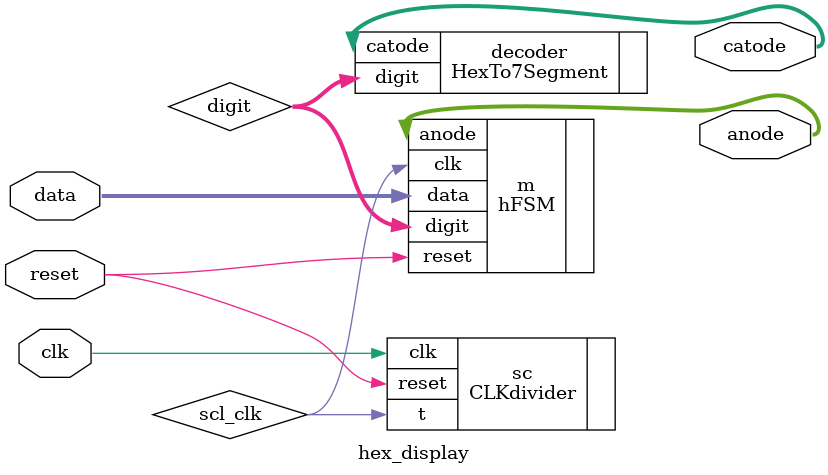
<source format=v>
module hex_display(
  input clk, 
  input reset, 
  input [15:0] data,
  output wire [3:0] anode,
  output wire [7:0] catode
);
  wire scl_clk;
  wire [3:0] digit;
  CLKdivider sc(
    .clk(clk),
    .reset(reset),
    .t(scl_clk)
  );
  hFSM m(
    .clk(scl_clk),
    .reset(reset),
    .data(data),
    .digit(digit),
    .anode(anode)
  );
  HexTo7Segment decoder (
    .digit(digit),
    .catode(catode)
  );
endmodule
</source>
